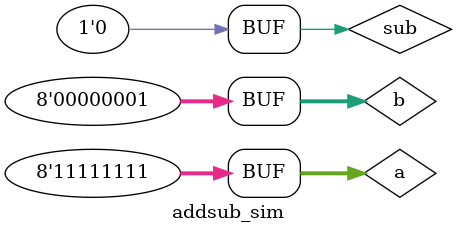
<source format=v>
`timescale 1ns / 100ps

module addsub_sim(    );
    // input
    reg [7:0] a = 8'b0111_1111;
    reg [7:0] b = 8'b0011_1111;
    reg sub = 0;
    
    //output
    wire [7:0] sum;
    wire cf;
    wire ovf;
    wire sf;
    wire zf;
   addsub8_wrapper addsub8
           (.a(a),
            .b(b),
            .cf(cf),
            .ovf(ovf),
            .sf(sf),
            .sub(sub),
            .sum(sum),
            .zf(zf));
    // initial
    addsub #(8) U (a,b,sub,sum,cf,ovf,sf,zf);
    initial begin
    #50 sub = 1;
    #50 begin a = 8'b0000_1111; b = 8'b0000_0010; sub = 0; end
    #50 begin a = 8'b0000_0011; b = 8'b0000_0010; sub = 0; end
    #50 begin a = 8'b0111_1111; b = 8'b0000_0010; sub = 0; end
    #50 begin a = 8'b0001_0110; b = 8'b0001_0111; sub = 1; end
    #50 begin a = 8'b0000_1111; b = 8'b0000_0001; sub = 0; end
    #50 begin a = 8'b1111_1111; b = 8'b0000_0001; sub = 0; end
    end
endmodule
</source>
